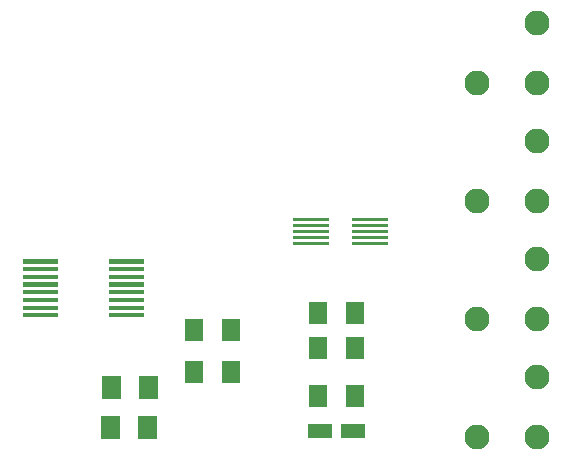
<source format=gtp>
G04 MADE WITH FRITZING*
G04 WWW.FRITZING.ORG*
G04 DOUBLE SIDED*
G04 HOLES PLATED*
G04 CONTOUR ON CENTER OF CONTOUR VECTOR*
%ASAXBY*%
%FSLAX23Y23*%
%MOIN*%
%OFA0B0*%
%SFA1.0B1.0*%
%ADD10C,0.083071*%
%ADD11R,0.062992X0.074803*%
%ADD12R,0.078740X0.047244*%
%LNPASTEMASK1*%
G90*
G70*
G54D10*
X2223Y359D03*
X2423Y359D03*
X2423Y559D03*
X2223Y359D03*
X2423Y359D03*
X2423Y559D03*
X2223Y752D03*
X2423Y752D03*
X2423Y952D03*
X2223Y752D03*
X2423Y752D03*
X2423Y952D03*
X2223Y1540D03*
X2423Y1540D03*
X2423Y1740D03*
X2223Y1540D03*
X2423Y1540D03*
X2423Y1740D03*
X2223Y1146D03*
X2423Y1146D03*
X2423Y1346D03*
X2223Y1146D03*
X2423Y1146D03*
X2423Y1346D03*
G54D11*
X1280Y715D03*
X1402Y715D03*
X1280Y577D03*
X1402Y577D03*
X1693Y498D03*
X1815Y498D03*
G54D12*
X1701Y380D03*
X1811Y380D03*
G54D11*
X1693Y774D03*
X1815Y774D03*
X1693Y656D03*
X1815Y656D03*
G36*
X1807Y1011D02*
X1925Y1011D01*
X1925Y1001D01*
X1807Y1001D01*
X1807Y1011D01*
G37*
D02*
G36*
X1807Y1031D02*
X1925Y1031D01*
X1925Y1021D01*
X1807Y1021D01*
X1807Y1031D01*
G37*
D02*
G36*
X1807Y1050D02*
X1925Y1050D01*
X1925Y1040D01*
X1807Y1040D01*
X1807Y1050D01*
G37*
D02*
G36*
X1807Y1070D02*
X1925Y1070D01*
X1925Y1060D01*
X1807Y1060D01*
X1807Y1070D01*
G37*
D02*
G36*
X1807Y1090D02*
X1925Y1090D01*
X1925Y1080D01*
X1807Y1080D01*
X1807Y1090D01*
G37*
D02*
G36*
X1610Y1090D02*
X1728Y1090D01*
X1728Y1080D01*
X1610Y1080D01*
X1610Y1090D01*
G37*
D02*
G36*
X1610Y1070D02*
X1728Y1070D01*
X1728Y1060D01*
X1610Y1060D01*
X1610Y1070D01*
G37*
D02*
G36*
X1610Y1050D02*
X1728Y1050D01*
X1728Y1040D01*
X1610Y1040D01*
X1610Y1050D01*
G37*
D02*
G36*
X1610Y1031D02*
X1728Y1031D01*
X1728Y1021D01*
X1610Y1021D01*
X1610Y1031D01*
G37*
D02*
G36*
X1610Y1011D02*
X1728Y1011D01*
X1728Y1001D01*
X1610Y1001D01*
X1610Y1011D01*
G37*
D02*
G36*
X996Y773D02*
X1114Y773D01*
X1114Y759D01*
X996Y759D01*
X996Y773D01*
G37*
D02*
G36*
X996Y798D02*
X1114Y798D01*
X1114Y784D01*
X996Y784D01*
X996Y798D01*
G37*
D02*
G36*
X996Y824D02*
X1114Y824D01*
X1114Y810D01*
X996Y810D01*
X996Y824D01*
G37*
D02*
G36*
X996Y849D02*
X1114Y849D01*
X1114Y836D01*
X996Y836D01*
X996Y849D01*
G37*
D02*
G36*
X996Y875D02*
X1114Y875D01*
X1114Y861D01*
X996Y861D01*
X996Y875D01*
G37*
D02*
G36*
X996Y901D02*
X1114Y901D01*
X1114Y887D01*
X996Y887D01*
X996Y901D01*
G37*
D02*
G36*
X996Y926D02*
X1114Y926D01*
X1114Y912D01*
X996Y912D01*
X996Y926D01*
G37*
D02*
G36*
X996Y952D02*
X1114Y952D01*
X1114Y938D01*
X996Y938D01*
X996Y952D01*
G37*
D02*
G36*
X709Y952D02*
X827Y952D01*
X827Y938D01*
X709Y938D01*
X709Y952D01*
G37*
D02*
G36*
X709Y926D02*
X827Y926D01*
X827Y912D01*
X709Y912D01*
X709Y926D01*
G37*
D02*
G36*
X709Y901D02*
X827Y901D01*
X827Y887D01*
X709Y887D01*
X709Y901D01*
G37*
D02*
G36*
X709Y875D02*
X827Y875D01*
X827Y861D01*
X709Y861D01*
X709Y875D01*
G37*
D02*
G36*
X709Y849D02*
X827Y849D01*
X827Y836D01*
X709Y836D01*
X709Y849D01*
G37*
D02*
G36*
X709Y824D02*
X827Y824D01*
X827Y810D01*
X709Y810D01*
X709Y824D01*
G37*
D02*
G36*
X709Y798D02*
X827Y798D01*
X827Y784D01*
X709Y784D01*
X709Y798D01*
G37*
D02*
G36*
X709Y773D02*
X827Y773D01*
X827Y759D01*
X709Y759D01*
X709Y773D01*
G37*
D02*
G36*
X1093Y354D02*
X1093Y429D01*
X1156Y429D01*
X1156Y354D01*
X1093Y354D01*
G37*
D02*
G36*
X971Y354D02*
X971Y429D01*
X1034Y429D01*
X1034Y354D01*
X971Y354D01*
G37*
D02*
G36*
X1097Y488D02*
X1097Y563D01*
X1160Y563D01*
X1160Y488D01*
X1097Y488D01*
G37*
D02*
G36*
X974Y488D02*
X974Y563D01*
X1037Y563D01*
X1037Y488D01*
X974Y488D01*
G37*
D02*
G04 End of PasteMask1*
M02*
</source>
